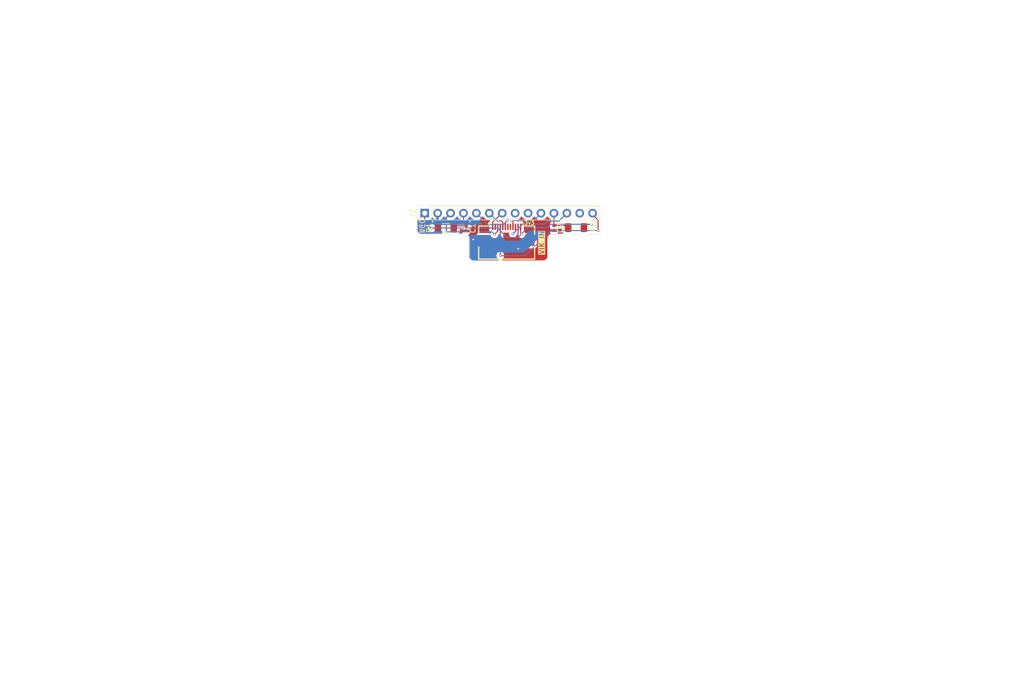
<source format=kicad_pcb>
(kicad_pcb (version 20221018) (generator pcbnew)
  (layers (0 "F.Cu" signal) (31 "B.Cu" signal) (34 "B.Paste" user) (35 "F.Paste" user) (36 "B.SilkS" user "B.Silkscreen") (37 "F.SilkS" user "F.Silkscreen") (38 "B.Mask" user) (39 "F.Mask" user) (44 "Edge.Cuts" user))
  (net 0 "")
  (net 1 "GND")
  (net 2 "+5V")
  (net 3 "rgb_led_in")
  (net 4 "GPIO_AD2")
  (net 5 "SDA")
  (net 6 "SCL")
  (net 7 "+3V3")
  (net 8 "MOSI")
  (net 9 "SPI_CS")
  (net 10 "MISO")
  (net 11 "SCLK")
  (net 12 "GPIO_AD1")
  (net 13 "Net-(J2-Pin_4)")
  (net 14 "Net-(J2-Pin_11)")
  (footprint "Connector_PinHeader_2.54mm:PinHeader_1x14_P2.54mm_Vertical" (layer "F.Cu") (at 158.07 100.49 90)
    (fp_text reference "J2" (at 0 -2.33 90) (layer "F.SilkS"))
    (fp_text value "Conn_01x14_Socket")
    (fp_line (start -1.33 -1.33) (end 0 -1.33) (stroke (width 0.12)) (layer "F.SilkS"))
    (fp_line (start -1.33 0) (end -1.33 -1.33) (stroke (width 0.12)) (layer "F.SilkS"))
    (fp_line (start -1.33 1.27) (end -1.33 34.35) (stroke (width 0.12)) (layer "F.SilkS"))
    (fp_line (start -1.33 1.27) (end 1.33 1.27) (stroke (width 0.12)) (layer "F.SilkS"))
    (fp_line (start -1.33 34.35) (end 1.33 34.35) (stroke (width 0.12)) (layer "F.SilkS"))
    (fp_line (start 1.33 1.27) (end 1.33 34.35) (stroke (width 0.12)) (layer "F.SilkS"))
    (pad "1" thru_hole rect (at 0 0 90) (size 1.7 1.7) (drill 1) (layers "*.Cu" "*.Mask") (net 7 "+3V3"))
    (pad "2" thru_hole oval (at 0 2.54 90) (size 1.7 1.7) (drill 1) (layers "*.Cu" "*.Mask") (net 1 "GND"))
    (pad "3" thru_hole oval (at 0 5.08 90) (size 1.7 1.7) (drill 1) (layers "*.Cu" "*.Mask") (net 9 "SPI_CS"))
    (pad "4" thru_hole oval (at 0 7.62 90) (size 1.7 1.7) (drill 1) (layers "*.Cu" "*.Mask") (net 13 "Net-(J2-Pin_4)"))
    (pad "5" thru_hole oval (at 0 10.16 90) (size 1.7 1.7) (drill 1) (layers "*.Cu" "*.Mask") (net 12 "GPIO_AD1"))
    (pad "6" thru_hole oval (at 0 12.7 90) (size 1.7 1.7) (drill 1) (layers "*.Cu" "*.Mask") (net 8 "MOSI"))
    (pad "7" thru_hole oval (at 0 15.24 90) (size 1.7 1.7) (drill 1) (layers "*.Cu" "*.Mask") (net 11 "SCLK"))
    (pad "8" thru_hole oval (at 0 17.78 90) (size 1.7 1.7) (drill 1) (layers "*.Cu" "*.Mask"))
    (pad "9" thru_hole oval (at 0 20.32 90) (size 1.7 1.7) (drill 1) (layers "*.Cu" "*.Mask"))
    (pad "10" thru_hole oval (at 0 22.86 90) (size 1.7 1.7) (drill 1) (layers "*.Cu" "*.Mask") (net 6 "SCL"))
    (pad "11" thru_hole oval (at 0 25.4 90) (size 1.7 1.7) (drill 1) (layers "*.Cu" "*.Mask") (net 14 "Net-(J2-Pin_11)"))
    (pad "12" thru_hole oval (at 0 27.94 90) (size 1.7 1.7) (drill 1) (layers "*.Cu" "*.Mask") (net 5 "SDA"))
    (pad "13" thru_hole oval (at 0 30.48 90) (size 1.7 1.7) (drill 1) (layers "*.Cu" "*.Mask"))
    (pad "14" thru_hole oval (at 0 33.02 90) (size 1.7 1.7) (drill 1) (layers "*.Cu" "*.Mask") (net 4 "GPIO_AD2"))
  )
  (footprint "Capacitor_SMD:C_0402_1005Metric" (layer "F.Cu") (at 183.5 103.4 90)
    (fp_text reference "C2" (at -0.01 1.21 90) (layer "F.SilkS"))
    (fp_text value "1u")
    (fp_line (start -0.107836 -0.36) (end 0.107836 -0.36) (stroke (width 0.12)) (layer "F.SilkS"))
    (fp_line (start -0.107836 0.36) (end 0.107836 0.36) (stroke (width 0.12)) (layer "F.SilkS"))
    (pad "1" smd roundrect (at -0.48 0 90) (size 0.56 0.62) (layers "F.Cu" "F.Paste" "F.Mask") (net 1 "GND"))
    (pad "2" smd roundrect (at 0.48 0 90) (size 0.56 0.62) (layers "F.Cu" "F.Paste" "F.Mask") (net 14 "Net-(J2-Pin_11)"))
  )
  (footprint "Resistor_SMD:R_1206_3216Metric_Pad1.30x1.75mm_HandSolder" (layer "F.Cu") (at 162.23 103.43 180)
    (fp_text reference "R1" (at 3.28 0.05 90) (layer "F.SilkS"))
    (fp_text value "100k")
    (fp_line (start -0.727064 -0.91) (end 0.727064 -0.91) (stroke (width 0.12)) (layer "F.SilkS"))
    (fp_line (start -0.727064 0.91) (end 0.727064 0.91) (stroke (width 0.12)) (layer "F.SilkS"))
    (pad "1" smd roundrect (at -1.55 0 180) (size 1.3 1.75) (layers "F.Cu" "F.Paste" "F.Mask") (roundrect_rratio 0.1923076923) (net 13 "Net-(J2-Pin_4)"))
    (pad "2" smd roundrect (at 1.55 0 180) (size 1.3 1.75) (layers "F.Cu" "F.Paste" "F.Mask") (roundrect_rratio 0.1923076923) (net 7 "+3V3"))
  )
  (footprint "vik:vik-module-connector-horizontal" (layer "F.Cu") (at 174.175 105.214)
    (fp_text reference "J1" hide)
    (fp_text value "~")
    (fp_text user "VIK IN" (at 7.51 3.45 90 unlocked) (layer "F.SilkS" knockout) (effects (justify left bottom)))
    (fp_text user "3v3" (at 3.375 -2.414 unlocked) (layer "F.SilkS") (effects (font (size 0.75 0.75)) (justify left bottom)))
    (fp_line (start -5.5 -2.2) (end -3.131 -2.2) (stroke (width 0.254)) (layer "F.SilkS"))
    (fp_line (start -5.5 -0.539) (end -5.5 -2.2) (stroke (width 0.254)) (layer "F.SilkS"))
    (fp_line (start -5.5 4.295) (end -5.5 1.912) (stroke (width 0.254)) (layer "F.SilkS"))
    (fp_line (start 5.5 -2.2) (end 3.131 -2.2) (stroke (width 0.254)) (layer "F.SilkS"))
    (fp_line (start 5.5 -0.539) (end 5.5 -2.2) (stroke (width 0.254)) (layer "F.SilkS"))
    (fp_line (start 5.5 4.295) (end -5.5 4.295) (stroke (width 0.254)) (layer "F.SilkS"))
    (fp_line (start 5.5 4.295) (end 5.5 1.912) (stroke (width 0.254)) (layer "F.SilkS"))
    (fp_circle (center -3.429 -2.708) (end -3.302 -2.708) (stroke (width 0.254)) (fill none) (layer "F.SilkS"))
    (pad "1" smd rect (at -2.75 -2.038) (size 0.28 1.25) (layers "F.Cu" "F.Paste" "F.Mask") (net 11 "SCLK"))
    (pad "2" smd rect (at -2.25 -2.038) (size 0.28 1.25) (layers "F.Cu" "F.Paste" "F.Mask") (net 10 "MISO"))
    (pad "3" smd rect (at -1.75 -2.038) (size 0.28 1.25) (layers "F.Cu" "F.Paste" "F.Mask") (net 9 "SPI_CS"))
    (pad "4" smd rect (at -1.25 -2.038) (size 0.28 1.25) (layers "F.Cu" "F.Paste" "F.Mask") (net 4 "GPIO_AD2"))
    (pad "5" smd rect (at -0.75 -2.038) (size 0.28 1.25) (layers "F.Cu" "F.Paste" "F.Mask") (net 8 "MOSI"))
    (pad "6" smd rect (at -0.25 -2.038) (size 0.28 1.25) (layers "F.Cu" "F.Paste" "F.Mask") (net 12 "GPIO_AD1"))
    (pad "7" smd rect (at 0.25 -2.038) (size 0.28 1.25) (layers "F.Cu" "F.Paste" "F.Mask") (net 2 "+5V"))
    (pad "8" smd rect (at 0.75 -2.038) (size 0.28 1.25) (layers "F.Cu" "F.Paste" "F.Mask") (net 3 "rgb_led_in"))
    (pad "9" smd rect (at 1.25 -2.038) (size 0.28 1.25) (layers "F.Cu" "F.Paste" "F.Mask") (net 6 "SCL"))
    (pad "10" smd rect (at 1.75 -2.038) (size 0.28 1.25) (layers "F.Cu" "F.Paste" "F.Mask") (net 5 "SDA"))
    (pad "11" smd rect (at 2.25 -2.038) (size 0.28 1.25) (layers "F.Cu" "F.Paste" "F.Mask") (net 1 "GND"))
    (pad "12" smd rect (at 2.75 -2.038) (size 0.28 1.25) (layers "F.Cu" "F.Paste" "F.Mask") (net 7 "+3V3"))
    (pad "13" smd rect (at 4.55 0.686) (size 1.8 2) (layers "F.Cu" "F.Paste" "F.Mask"))
    (pad "14" smd rect (at -4.55 0.686) (size 1.8 2) (layers "F.Cu" "F.Paste" "F.Mask"))
  )
  (footprint "Capacitor_SMD:C_0402_1005Metric" (layer "F.Cu") (at 166.25 103.46 90)
    (fp_text reference "C1" (at 0 1.29 90) (layer "F.SilkS"))
    (fp_text value "1u")
    (fp_line (start -0.107836 -0.36) (end 0.107836 -0.36) (stroke (width 0.12)) (layer "F.SilkS"))
    (fp_line (start -0.107836 0.36) (end 0.107836 0.36) (stroke (width 0.12)) (layer "F.SilkS"))
    (pad "1" smd roundrect (at -0.48 0 90) (size 0.56 0.62) (layers "F.Cu" "F.Paste" "F.Mask") (net 1 "GND"))
    (pad "2" smd roundrect (at 0.48 0 90) (size 0.56 0.62) (layers "F.Cu" "F.Paste" "F.Mask") (net 13 "Net-(J2-Pin_4)"))
  )
  (footprint "Resistor_SMD:R_1206_3216Metric_Pad1.30x1.75mm_HandSolder" (layer "F.Cu") (at 187.83 103.33)
    (fp_text reference "R2" (at 3.35 -0.07 90) (layer "F.SilkS"))
    (fp_text value "100k")
    (fp_line (start -0.727064 -0.91) (end 0.727064 -0.91) (stroke (width 0.12)) (layer "F.SilkS"))
    (fp_line (start -0.727064 0.91) (end 0.727064 0.91) (stroke (width 0.12)) (layer "F.SilkS"))
    (pad "1" smd roundrect (at -1.55 0) (size 1.3 1.75) (layers "F.Cu" "F.Paste" "F.Mask") (roundrect_rratio 0.1923076923) (net 14 "Net-(J2-Pin_11)"))
    (pad "2" smd roundrect (at 1.55 0) (size 1.3 1.75) (layers "F.Cu" "F.Paste" "F.Mask") (roundrect_rratio 0.1923076923) (net 7 "+3V3"))
  )
  (gr_line (start 165.9 104.64) (end 157.41 104.64) (stroke (width 0.05)) (layer "Edge.Cuts"))
  (gr_line (start 167.65 109.875) (end 181.425 109.875) (stroke (width 0.05)) (layer "Edge.Cuts"))
  (gr_line (start 182.3 105.515) (end 182.3 109) (stroke (width 0.05)) (layer "Edge.Cuts"))
  (gr_line (start 166.775 105.515) (end 166.775 109) (stroke (width 0.05)) (layer "Edge.Cuts"))
  (gr_arc (start 182.3 109) (mid 182.043718 109.618718) (end 181.425 109.875) (stroke (width 0.05)) (layer "Edge.Cuts"))
  (gr_arc (start 167.65 109.875) (mid 167.031282 109.618718) (end 166.775 109) (stroke (width 0.05)) (layer "Edge.Cuts"))
  (gr_line (start 192.015 104.64) (end 183.175 104.64) (stroke (width 0.05)) (layer "Edge.Cuts"))
  (gr_arc (start 182.3 105.515) (mid 182.556282 104.896282) (end 183.175 104.64) (stroke (width 0.05)) (layer "Edge.Cuts"))
  (gr_line (start 192.015 98.9) (end 157.41 98.9) (stroke (width 0.05)) (layer "Edge.Cuts"))
  (gr_arc (start 192.015 98.9) (mid 192.638896 99.168782) (end 192.89 99.8) (stroke (width 0.05)) (layer "Edge.Cuts"))
  (gr_line (start 192.89 99.8) (end 192.89 103.765) (stroke (width 0.05)) (layer "Edge.Cuts"))
  (gr_arc (start 192.89 103.765) (mid 192.633718 104.383718) (end 192.015 104.64) (stroke (width 0.05)) (layer "Edge.Cuts"))
  (gr_arc (start 165.9 104.64) (mid 166.518718 104.896282) (end 166.775 105.515) (stroke (width 0.05)) (layer "Edge.Cuts"))
  (gr_arc (start 157.41 104.64) (mid 156.791282 104.383718) (end 156.535 103.765) (stroke (width 0.05)) (layer "Edge.Cuts"))
  (gr_line (start 156.535 99.775) (end 156.535 103.765) (stroke (width 0.05)) (layer "Edge.Cuts"))
  (gr_arc (start 156.535 99.775) (mid 156.791282 99.156282) (end 157.41 98.9) (stroke (width 0.05)) (layer "Edge.Cuts"))
  (gr_text "VCC" (at 156.94 104.55 -90) (layer "B.SilkS") (effects (font (size 1 1)) (justify left bottom mirror)))
  (gr_text "VCC" (at 158.23 104.49 90) (layer "F.SilkS") (effects (font (size 1 1)) (justify left bottom)))
  (segment (start 176.425 103.176) (end 176.425 107.435) (width 0.2) (layer "F.Cu") (net 1))
  (segment (start 160.61 101.4) (end 159.88 102.13) (width 0.2) (layer "F.Cu") (net 1))
  (segment (start 176.425 107.435) (end 176.46 107.47) (width 0.2) (layer "F.Cu") (net 1))
  (segment (start 160.61 100.49) (end 160.61 101.4) (width 0.2) (layer "F.Cu") (net 1))
  (segment (start 159.88 102.13) (end 159.63 102.13) (width 0.2) (layer "F.Cu") (net 1))
  (via (at 157.53 102.92) (size 0.5) (drill 0.3) (layers "F.Cu" "B.Cu") (net 1))
  (via (at 159.63 102.13) (size 0.5) (drill 0.3) (layers "F.Cu" "B.Cu") (net 1))
  (via (at 166.97 102.12) (size 0.5) (drill 0.3) (layers "F.Cu" "B.Cu") (net 1))
  (via (at 167.61 105.67) (size 0.5) (drill 0.3) (layers "F.Cu" "B.Cu") (net 1))
  (via (at 176.46 107.47) (size 0.5) (drill 0.3) (layers "F.Cu" "B.Cu") (net 1))
  (segment (start 191.64 101.33) (end 192.16 101.85) (width 0.2) (layer "F.Cu") (net 4))
  (segment (start 191.09 100.78) (end 191.64 101.33) (width 0.2) (layer "F.Cu") (net 4))
  (segment (start 191.09 100.49) (end 191.09 100.78) (width 0.2) (layer "F.Cu") (net 4))
  (segment (start 192.16 101.85) (end 192.16 103.9) (width 0.2) (layer "F.Cu") (net 4))
  (segment (start 172.925 108.845) (end 172.93 108.85) (width 0.2) (layer "F.Cu") (net 4))
  (segment (start 172.925 103.176) (end 172.925 108.845) (width 0.2) (layer "F.Cu") (net 4))
  (via (at 172.93 108.85) (size 0.5) (drill 0.3) (layers "F.Cu" "B.Cu") (net 4))
  (via (at 192.16 103.9) (size 0.5) (drill 0.3) (layers "F.Cu" "B.Cu") (net 4))
  (segment (start 177.89 108.85) (end 172.93 108.85) (width 0.2) (layer "B.Cu") (net 4))
  (segment (start 182.84 103.9) (end 177.89 108.85) (width 0.2) (layer "B.Cu") (net 4))
  (segment (start 192.16 103.9) (end 182.84 103.9) (width 0.2) (layer "B.Cu") (net 4))
  (segment (start 175.925 104.035) (end 175.41 104.55) (width 0.2) (layer "F.Cu") (net 5))
  (segment (start 175.925 103.176) (end 175.925 104.035) (width 0.2) (layer "F.Cu") (net 5))
  (via (at 175.41 104.55) (size 0.5) (drill 0.3) (layers "F.Cu" "B.Cu") (net 5))
  (segment (start 181.69 102.6) (end 182.25 102.04) (width 0.2) (layer "B.Cu") (net 5))
  (segment (start 175.41 104.55) (end 177.36 102.6) (width 0.2) (layer "B.Cu") (net 5))
  (segment (start 186.01 100.49) (end 184.46 102.04) (width 0.2) (layer "B.Cu") (net 5))
  (segment (start 177.36 102.6) (end 181.69 102.6) (width 0.2) (layer "B.Cu") (net 5))
  (segment (start 184.46 102.04) (end 182.25 102.04) (width 0.2) (layer "B.Cu") (net 5))
  (segment (start 175.425 103.176) (end 175.425 102.185) (width 0.2) (layer "F.Cu") (net 6))
  (segment (start 175.425 102.185) (end 175.18 101.94) (width 0.2) (layer "F.Cu") (net 6))
  (via (at 175.18 101.94) (size 0.5) (drill 0.3) (layers "F.Cu" "B.Cu") (net 6))
  (segment (start 175.18 101.94) (end 179.48 101.94) (width 0.2) (layer "B.Cu") (net 6))
  (segment (start 179.48 101.94) (end 180.93 100.49) (width 0.2) (layer "B.Cu") (net 6))
  (segment (start 176.925 103.176) (end 176.925 104.475) (width 0.2) (layer "F.Cu") (net 7))
  (segment (start 159.51 103.43) (end 159.27 103.43) (width 0.2) (layer "F.Cu") (net 7))
  (segment (start 160.68 103.43) (end 159.51 103.43) (width 0.2) (layer "F.Cu") (net 7))
  (segment (start 190.03 102.68) (end 189.38 103.33) (width 0.2) (layer "F.Cu") (net 7))
  (segment (start 190.89 102.68) (end 190.03 102.68) (width 0.2) (layer "F.Cu") (net 7))
  (segment (start 158.07 102.23) (end 158.07 100.49) (width 0.2) (layer "F.Cu") (net 7))
  (segment (start 176.925 104.475) (end 177.07 104.62) (width 0.2) (layer "F.Cu") (net 7))
  (segment (start 159.27 103.43) (end 158.07 102.23) (width 0.2) (layer "F.Cu") (net 7))
  (via (at 159.51 103.43) (size 0.5) (drill 0.3) (layers "F.Cu" "B.Cu") (net 7))
  (via (at 177.07 104.62) (size 0.5) (drill 0.3) (layers "F.Cu" "B.Cu") (net 7))
  (via (at 190.89 102.68) (size 0.5) (drill 0.3) (layers "F.Cu" "B.Cu") (net 7))
  (segment (start 172.38 103.4) (end 159.54 103.4) (width 0.2) (layer "B.Cu") (net 7))
  (segment (start 177.07 104.62) (end 178.38 103.31) (width 0.2) (layer "B.Cu") (net 7))
  (segment (start 182.86 102.68) (end 190.89 102.68) (width 0.2) (layer "B.Cu") (net 7))
  (segment (start 182.23 103.31) (end 182.69 102.85) (width 0.2) (layer "B.Cu") (net 7))
  (segment (start 177.07 104.62) (end 176.42 105.27) (width 0.2) (layer "B.Cu") (net 7))
  (segment (start 181.52 103.31) (end 182.23 103.31) (width 0.2) (layer "B.Cu") (net 7))
  (segment (start 178.38 103.31) (end 181.52 103.31) (width 0.2) (layer "B.Cu") (net 7))
  (segment (start 174.25 105.27) (end 172.38 103.4) (width 0.2) (layer "B.Cu") (net 7))
  (segment (start 159.54 103.4) (end 159.51 103.43) (width 0.2) (layer "B.Cu") (net 7))
  (segment (start 176.42 105.27) (end 174.25 105.27) (width 0.2) (layer "B.Cu") (net 7))
  (segment (start 182.69 102.85) (end 182.86 102.68) (width 0.2) (layer "B.Cu") (net 7))
  (segment (start 173.425 102.305) (end 173.28 102.16) (width 0.2) (layer "F.Cu") (net 8))
  (segment (start 173.08 101.96) (end 172.6 101.96) (width 0.2) (layer "F.Cu") (net 8))
  (segment (start 173.28 102.16) (end 173.08 101.96) (width 0.2) (layer "F.Cu") (net 8))
  (segment (start 173.425 103.176) (end 173.425 102.305) (width 0.2) (layer "F.Cu") (net 8))
  (via (at 172.6 101.96) (size 0.5) (drill 0.3) (layers "F.Cu" "B.Cu") (net 8))
  (segment (start 172.24 101.96) (end 170.77 100.49) (width 0.2) (layer "B.Cu") (net 8))
  (segment (start 172.6 101.96) (end 172.24 101.96) (width 0.2) (layer "B.Cu") (net 8))
  (segment (start 162.33 101.31) (end 163.15 100.49) (width 0.2) (layer "F.Cu") (net 9))
  (segment (start 162.33 104.15) (end 162.33 101.31) (width 0.2) (layer "F.Cu") (net 9))
  (segment (start 172.425 104.005) (end 171.78 104.65) (width 0.2) (layer "F.Cu") (net 9))
  (segment (start 172.425 103.176) (end 172.425 104.005) (width 0.2) (layer "F.Cu") (net 9))
  (via (at 171.78 104.65) (size 0.5) (drill 0.3) (layers "F.Cu" "B.Cu") (net 9))
  (via (at 162.33 104.15) (size 0.5) (drill 0.3) (layers "F.Cu" "B.Cu") (net 9))
  (segment (start 171.78 104.65) (end 171.28 104.15) (width 0.2) (layer "B.Cu") (net 9))
  (segment (start 171.28 104.15) (end 162.33 104.15) (width 0.2) (layer "B.Cu") (net 9))
  (segment (start 171.425 102.275) (end 173.21 100.49) (width 0.2) (layer "F.Cu") (net 11))
  (segment (start 171.425 103.176) (end 171.425 102.275) (width 0.2) (layer "F.Cu") (net 11))
  (segment (start 173.21 100.49) (end 173.31 100.49) (width 0.2) (layer "F.Cu") (net 11))
  (segment (start 173.925 102.315) (end 174.4 101.84) (width 0.2) (layer "F.Cu") (net 12))
  (segment (start 173.925 103.176) (end 173.925 102.315) (width 0.2) (layer "F.Cu") (net 12))
  (via (at 174.4 101.84) (size 0.5) (drill 0.3) (layers "F.Cu" "B.Cu") (net 12))
  (segment (start 170.43 102.69) (end 168.23 100.49) (width 0.2) (layer "B.Cu") (net 12))
  (segment (start 173.55 102.69) (end 170.43 102.69) (width 0.2) (layer "B.Cu") (net 12))
  (segment (start 174.4 101.84) (end 173.55 102.69) (width 0.2) (layer "B.Cu") (net 12))
  (segment (start 165.69 102.42) (end 166.25 102.98) (width 0.2) (layer "F.Cu") (net 13))
  (segment (start 164.23 102.98) (end 163.78 103.43) (width 0.2) (layer "F.Cu") (net 13))
  (segment (start 165.69 100.49) (end 165.69 102.42) (width 0.2) (layer "F.Cu") (net 13))
  (segment (start 166.25 102.98) (end 164.23 102.98) (width 0.2) (layer "F.Cu") (net 13))
  (segment (start 183.47 102.89) (end 183.47 100.49) (width 0.2) (layer "F.Cu") (net 14))
  (segment (start 186.28 103.33) (end 185.87 102.92) (width 0.2) (layer "F.Cu") (net 14))
  (segment (start 185.87 102.92) (end 183.5 102.92) (width 0.2) (layer "F.Cu") (net 14))
  (segment (start 183.5 102.92) (end 183.47 102.89) (width 0.2) (layer "F.Cu") (net 14))
  (zone (net 1) (net_name "GND") (layers "F&B.Cu") (connect_pads (clearance 0.508)) (min_thickness 0.254) (fill yes (thermal_gap 0.508) (thermal_bridge_width 0.508))
    (polygon (pts (xy 275.91 59.07) (xy 275.59 193.26) (xy 74.78 194.21) (xy 74.56 58.57)))
  )
)
</source>
